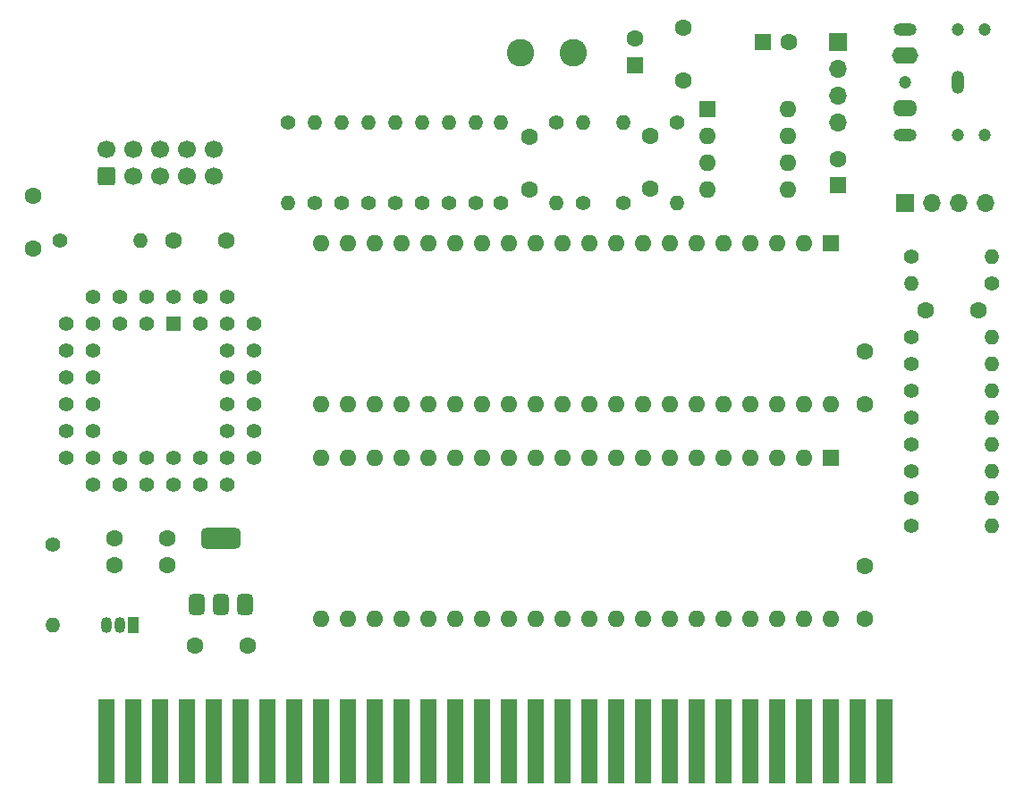
<source format=gts>
%TF.GenerationSoftware,KiCad,Pcbnew,8.0.3*%
%TF.CreationDate,2024-07-04T14:48:40+07:00*%
%TF.ProjectId,TS_Ext_EPM3032,54535f45-7874-45f4-9550-4d333033322e,1.5*%
%TF.SameCoordinates,Original*%
%TF.FileFunction,Soldermask,Top*%
%TF.FilePolarity,Negative*%
%FSLAX46Y46*%
G04 Gerber Fmt 4.6, Leading zero omitted, Abs format (unit mm)*
G04 Created by KiCad (PCBNEW 8.0.3) date 2024-07-04 14:48:40*
%MOMM*%
%LPD*%
G01*
G04 APERTURE LIST*
G04 Aperture macros list*
%AMRoundRect*
0 Rectangle with rounded corners*
0 $1 Rounding radius*
0 $2 $3 $4 $5 $6 $7 $8 $9 X,Y pos of 4 corners*
0 Add a 4 corners polygon primitive as box body*
4,1,4,$2,$3,$4,$5,$6,$7,$8,$9,$2,$3,0*
0 Add four circle primitives for the rounded corners*
1,1,$1+$1,$2,$3*
1,1,$1+$1,$4,$5*
1,1,$1+$1,$6,$7*
1,1,$1+$1,$8,$9*
0 Add four rect primitives between the rounded corners*
20,1,$1+$1,$2,$3,$4,$5,0*
20,1,$1+$1,$4,$5,$6,$7,0*
20,1,$1+$1,$6,$7,$8,$9,0*
20,1,$1+$1,$8,$9,$2,$3,0*%
G04 Aperture macros list end*
%ADD10R,1.600000X1.600000*%
%ADD11C,1.600000*%
%ADD12R,1.050000X1.500000*%
%ADD13O,1.050000X1.500000*%
%ADD14C,1.400000*%
%ADD15O,1.400000X1.400000*%
%ADD16O,1.600000X1.600000*%
%ADD17R,1.600000X8.000000*%
%ADD18R,1.422400X1.422400*%
%ADD19C,1.422400*%
%ADD20C,1.200000*%
%ADD21O,2.200000X1.200000*%
%ADD22O,2.300000X1.600000*%
%ADD23O,1.200000X2.200000*%
%ADD24O,2.500000X1.600000*%
%ADD25RoundRect,0.250000X0.600000X-0.600000X0.600000X0.600000X-0.600000X0.600000X-0.600000X-0.600000X0*%
%ADD26C,1.700000*%
%ADD27C,2.600000*%
%ADD28R,1.700000X1.700000*%
%ADD29O,1.700000X1.700000*%
%ADD30RoundRect,0.375000X0.375000X-0.625000X0.375000X0.625000X-0.375000X0.625000X-0.375000X-0.625000X0*%
%ADD31RoundRect,0.500000X1.400000X-0.500000X1.400000X0.500000X-1.400000X0.500000X-1.400000X-0.500000X0*%
G04 APERTURE END LIST*
D10*
%TO.C,C14*%
X106045000Y-42799000D03*
D11*
X106045000Y-40299000D03*
%TD*%
D10*
%TO.C,C13*%
X98933000Y-29210000D03*
D11*
X101433000Y-29210000D03*
%TD*%
%TO.C,C4*%
X108585000Y-83820000D03*
X108585000Y-78820000D03*
%TD*%
D12*
%TO.C,Q1*%
X39370000Y-84455000D03*
D13*
X38100000Y-84455000D03*
X36830000Y-84455000D03*
%TD*%
D14*
%TO.C,R21*%
X90805000Y-36830000D03*
D15*
X90805000Y-44450000D03*
%TD*%
D10*
%TO.C,U4*%
X105410000Y-68580000D03*
D16*
X102870000Y-68580000D03*
X100330000Y-68580000D03*
X97790000Y-68580000D03*
X95250000Y-68580000D03*
X92710000Y-68580000D03*
X90170000Y-68580000D03*
X87630000Y-68580000D03*
X85090000Y-68580000D03*
X82550000Y-68580000D03*
X80010000Y-68580000D03*
X77470000Y-68580000D03*
X74930000Y-68580000D03*
X72390000Y-68580000D03*
X69850000Y-68580000D03*
X67310000Y-68580000D03*
X64770000Y-68580000D03*
X62230000Y-68580000D03*
X59690000Y-68580000D03*
X57150000Y-68580000D03*
X57150000Y-83820000D03*
X59690000Y-83820000D03*
X62230000Y-83820000D03*
X64770000Y-83820000D03*
X67310000Y-83820000D03*
X69850000Y-83820000D03*
X72390000Y-83820000D03*
X74930000Y-83820000D03*
X77470000Y-83820000D03*
X80010000Y-83820000D03*
X82550000Y-83820000D03*
X85090000Y-83820000D03*
X87630000Y-83820000D03*
X90170000Y-83820000D03*
X92710000Y-83820000D03*
X95250000Y-83820000D03*
X97790000Y-83820000D03*
X100330000Y-83820000D03*
X102870000Y-83820000D03*
X105410000Y-83820000D03*
%TD*%
D17*
%TO.C,J3*%
X36830000Y-95478600D03*
X39370000Y-95478600D03*
X41910000Y-95478600D03*
X44450000Y-95478600D03*
X46990000Y-95478600D03*
X49530000Y-95478600D03*
X52070000Y-95478600D03*
X54610000Y-95478600D03*
X57150000Y-95478600D03*
X59690000Y-95478600D03*
X62230000Y-95478600D03*
X64770000Y-95478600D03*
X67310000Y-95478600D03*
X69850000Y-95478600D03*
X72390000Y-95478600D03*
X74930000Y-95478600D03*
X77470000Y-95478600D03*
X80010000Y-95478600D03*
X82550000Y-95478600D03*
X85090000Y-95478600D03*
X87630000Y-95478600D03*
X90170000Y-95478600D03*
X92710000Y-95478600D03*
X95250000Y-95478600D03*
X97790000Y-95478600D03*
X100330000Y-95478600D03*
X102870000Y-95478600D03*
X105410000Y-95478600D03*
X107950000Y-95478600D03*
X110490000Y-95478600D03*
%TD*%
D14*
%TO.C,R2*%
X53975000Y-36830000D03*
D15*
X53975000Y-44450000D03*
%TD*%
D14*
%TO.C,R16*%
X113030000Y-72390000D03*
D15*
X120650000Y-72390000D03*
%TD*%
D18*
%TO.C,U1*%
X43180000Y-55880000D03*
D19*
X40640000Y-53340000D03*
X40640000Y-55880000D03*
X38100000Y-53340000D03*
X38100000Y-55880000D03*
X35560000Y-53340000D03*
X33020000Y-55880000D03*
X35560000Y-55880000D03*
X33020000Y-58420000D03*
X35560000Y-58420000D03*
X33020000Y-60960000D03*
X35560000Y-60960000D03*
X33020000Y-63500000D03*
X35560000Y-63500000D03*
X33020000Y-66040000D03*
X35560000Y-66040000D03*
X33020000Y-68580000D03*
X35560000Y-71120000D03*
X35560000Y-68580000D03*
X38100000Y-71120000D03*
X38100000Y-68580000D03*
X40640000Y-71120000D03*
X40640000Y-68580000D03*
X43180000Y-71120000D03*
X43180000Y-68580000D03*
X45720000Y-71120000D03*
X45720000Y-68580000D03*
X48260000Y-71120000D03*
X50800000Y-68580000D03*
X48260000Y-68580000D03*
X50800000Y-66040000D03*
X48260000Y-66040000D03*
X50800000Y-63500000D03*
X48260000Y-63500000D03*
X50800000Y-60960000D03*
X48260000Y-60960000D03*
X50800000Y-58420000D03*
X48260000Y-58420000D03*
X50800000Y-55880000D03*
X48260000Y-53340000D03*
X48260000Y-55880000D03*
X45720000Y-53340000D03*
X45720000Y-55880000D03*
X43180000Y-53340000D03*
%TD*%
D14*
%TO.C,R22*%
X85725000Y-44450000D03*
D15*
X85725000Y-36830000D03*
%TD*%
D11*
%TO.C,C8*%
X29845000Y-48815000D03*
X29845000Y-43815000D03*
%TD*%
D14*
%TO.C,R25*%
X31750000Y-76835000D03*
D15*
X31750000Y-84455000D03*
%TD*%
D10*
%TO.C,U5*%
X93726000Y-35560000D03*
D16*
X93726000Y-38100000D03*
X93726000Y-40640000D03*
X93726000Y-43180000D03*
X101346000Y-43180000D03*
X101346000Y-40640000D03*
X101346000Y-38100000D03*
X101346000Y-35560000D03*
%TD*%
D20*
%TO.C,J5*%
X117420000Y-38020000D03*
X119920000Y-38020000D03*
X112420000Y-33020000D03*
X117420000Y-28020000D03*
X119920000Y-28020000D03*
D21*
X112420000Y-38020000D03*
D22*
X112420000Y-35520000D03*
D23*
X117420000Y-33020000D03*
D21*
X112420000Y-28020000D03*
D24*
X112420000Y-30520000D03*
%TD*%
D25*
%TO.C,J1*%
X36830000Y-41910000D03*
D26*
X36830000Y-39370000D03*
X39370000Y-41910000D03*
X39370000Y-39370000D03*
X41910000Y-41910000D03*
X41910000Y-39370000D03*
X44450000Y-41910000D03*
X44450000Y-39370000D03*
X46990000Y-41910000D03*
X46990000Y-39370000D03*
%TD*%
D14*
%TO.C,R24*%
X113030000Y-49530000D03*
D15*
X120650000Y-49530000D03*
%TD*%
D27*
%TO.C,L1*%
X81026000Y-30226000D03*
X76026000Y-30226000D03*
%TD*%
D14*
%TO.C,R11*%
X113030000Y-59690000D03*
D15*
X120650000Y-59690000D03*
%TD*%
D10*
%TO.C,U3*%
X105410000Y-48260000D03*
D16*
X102870000Y-48260000D03*
X100330000Y-48260000D03*
X97790000Y-48260000D03*
X95250000Y-48260000D03*
X92710000Y-48260000D03*
X90170000Y-48260000D03*
X87630000Y-48260000D03*
X85090000Y-48260000D03*
X82550000Y-48260000D03*
X80010000Y-48260000D03*
X77470000Y-48260000D03*
X74930000Y-48260000D03*
X72390000Y-48260000D03*
X69850000Y-48260000D03*
X67310000Y-48260000D03*
X64770000Y-48260000D03*
X62230000Y-48260000D03*
X59690000Y-48260000D03*
X57150000Y-48260000D03*
X57150000Y-63500000D03*
X59690000Y-63500000D03*
X62230000Y-63500000D03*
X64770000Y-63500000D03*
X67310000Y-63500000D03*
X69850000Y-63500000D03*
X72390000Y-63500000D03*
X74930000Y-63500000D03*
X77470000Y-63500000D03*
X80010000Y-63500000D03*
X82550000Y-63500000D03*
X85090000Y-63500000D03*
X87630000Y-63500000D03*
X90170000Y-63500000D03*
X92710000Y-63500000D03*
X95250000Y-63500000D03*
X97790000Y-63500000D03*
X100330000Y-63500000D03*
X102870000Y-63500000D03*
X105410000Y-63500000D03*
%TD*%
D28*
%TO.C,J4*%
X106045000Y-29220000D03*
D29*
X106045000Y-31760000D03*
X106045000Y-34300000D03*
X106045000Y-36840000D03*
%TD*%
D11*
%TO.C,C5*%
X50165000Y-86360000D03*
X45165000Y-86360000D03*
%TD*%
D10*
%TO.C,C1*%
X86868000Y-31431113D03*
D11*
X86868000Y-28931113D03*
%TD*%
D14*
%TO.C,R8*%
X71755000Y-44450000D03*
D15*
X71755000Y-36830000D03*
%TD*%
D14*
%TO.C,R12*%
X113030000Y-62230000D03*
D15*
X120650000Y-62230000D03*
%TD*%
D14*
%TO.C,R13*%
X113030000Y-64770000D03*
D15*
X120650000Y-64770000D03*
%TD*%
D11*
%TO.C,C6*%
X42545000Y-78740000D03*
X37545000Y-78740000D03*
%TD*%
%TO.C,C9*%
X42545000Y-76200000D03*
X37545000Y-76200000D03*
%TD*%
D14*
%TO.C,R18*%
X56515000Y-44450000D03*
D15*
X56515000Y-36830000D03*
%TD*%
D14*
%TO.C,R15*%
X113030000Y-69850000D03*
D15*
X120650000Y-69850000D03*
%TD*%
D11*
%TO.C,C7*%
X43180000Y-48006000D03*
X48180000Y-48006000D03*
%TD*%
D30*
%TO.C,U2*%
X45325000Y-82525000D03*
X47625000Y-82525000D03*
D31*
X47625000Y-76225000D03*
D30*
X49925000Y-82525000D03*
%TD*%
D11*
%TO.C,C12*%
X88265000Y-38100000D03*
X88265000Y-43100000D03*
%TD*%
D14*
%TO.C,R9*%
X74168000Y-44450000D03*
D15*
X74168000Y-36830000D03*
%TD*%
D14*
%TO.C,R7*%
X69215000Y-44450000D03*
D15*
X69215000Y-36830000D03*
%TD*%
D14*
%TO.C,R6*%
X66675000Y-44450000D03*
D15*
X66675000Y-36830000D03*
%TD*%
D11*
%TO.C,C2*%
X91440000Y-32893000D03*
X91440000Y-27893000D03*
%TD*%
%TO.C,C11*%
X119380000Y-54610000D03*
X114380000Y-54610000D03*
%TD*%
D14*
%TO.C,R14*%
X113030000Y-67310000D03*
D15*
X120650000Y-67310000D03*
%TD*%
D14*
%TO.C,R4*%
X61595000Y-44450000D03*
D15*
X61595000Y-36830000D03*
%TD*%
D11*
%TO.C,C3*%
X108585000Y-63500000D03*
X108585000Y-58500000D03*
%TD*%
D14*
%TO.C,R23*%
X81915000Y-44450000D03*
D15*
X81915000Y-36830000D03*
%TD*%
D14*
%TO.C,R10*%
X113030000Y-57150000D03*
D15*
X120650000Y-57150000D03*
%TD*%
D28*
%TO.C,J2*%
X112395000Y-44450000D03*
D29*
X114935000Y-44450000D03*
X117475000Y-44450000D03*
X120015000Y-44450000D03*
%TD*%
D14*
%TO.C,R3*%
X59055000Y-44450000D03*
D15*
X59055000Y-36830000D03*
%TD*%
D14*
%TO.C,R17*%
X113030000Y-75057000D03*
D15*
X120650000Y-75057000D03*
%TD*%
D14*
%TO.C,R1*%
X32385000Y-48006000D03*
D15*
X40005000Y-48006000D03*
%TD*%
D14*
%TO.C,R5*%
X64135000Y-44450000D03*
D15*
X64135000Y-36830000D03*
%TD*%
D14*
%TO.C,R20*%
X120650000Y-52070000D03*
D15*
X113030000Y-52070000D03*
%TD*%
D14*
%TO.C,R19*%
X79375000Y-36830000D03*
D15*
X79375000Y-44450000D03*
%TD*%
D11*
%TO.C,C10*%
X76835000Y-43180000D03*
X76835000Y-38180000D03*
%TD*%
M02*

</source>
